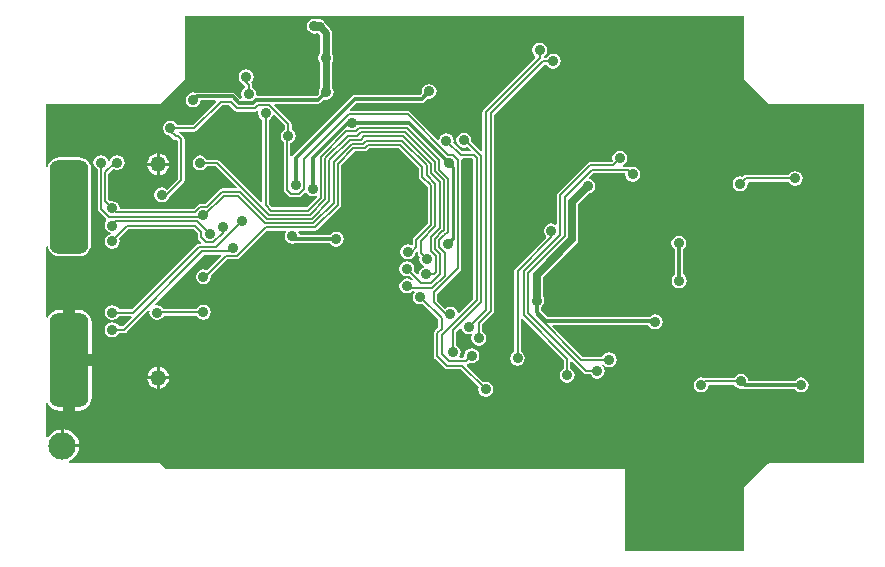
<source format=gbl>
G04 Layer_Physical_Order=2*
G04 Layer_Color=16711680*
%FSLAX25Y25*%
%MOIN*%
G70*
G01*
G75*
%ADD11C,0.01181*%
%ADD13C,0.01000*%
%ADD94C,0.01200*%
%ADD95C,0.00800*%
%ADD96C,0.00700*%
%ADD98C,0.02362*%
%ADD100C,0.02953*%
%ADD105C,0.05200*%
G04:AMPARAMS|DCode=106|XSize=86.61mil|YSize=173.23mil|CornerRadius=4.33mil|HoleSize=0mil|Usage=FLASHONLY|Rotation=180.000|XOffset=0mil|YOffset=0mil|HoleType=Round|Shape=RoundedRectangle|*
%AMROUNDEDRECTD106*
21,1,0.08661,0.16457,0,0,180.0*
21,1,0.07795,0.17323,0,0,180.0*
1,1,0.00866,-0.03898,0.08228*
1,1,0.00866,0.03898,0.08228*
1,1,0.00866,0.03898,-0.08228*
1,1,0.00866,-0.03898,-0.08228*
%
%ADD106ROUNDEDRECTD106*%
G04:AMPARAMS|DCode=107|XSize=129.92mil|YSize=314.96mil|CornerRadius=32.48mil|HoleSize=0mil|Usage=FLASHONLY|Rotation=0.000|XOffset=0mil|YOffset=0mil|HoleType=Round|Shape=RoundedRectangle|*
%AMROUNDEDRECTD107*
21,1,0.12992,0.25000,0,0,0.0*
21,1,0.06496,0.31496,0,0,0.0*
1,1,0.06496,0.03248,-0.12500*
1,1,0.06496,-0.03248,-0.12500*
1,1,0.06496,-0.03248,0.12500*
1,1,0.06496,0.03248,0.12500*
%
%ADD107ROUNDEDRECTD107*%
%ADD108C,0.09100*%
%ADD109C,0.03500*%
%ADD110C,0.02559*%
G36*
X233429Y68600D02*
X233511Y68190D01*
X233743Y67843D01*
X241543Y60043D01*
X241543Y60043D01*
X241890Y59811D01*
X242300Y59729D01*
X242300Y59729D01*
X273729D01*
Y-59729D01*
X242300D01*
X242300Y-59729D01*
X241890Y-59811D01*
X241543Y-60043D01*
X241543Y-60043D01*
X233743Y-67843D01*
X233511Y-68190D01*
X233429Y-68600D01*
Y-89229D01*
X194000D01*
Y-61900D01*
X41014D01*
X39157Y-60043D01*
X38810Y-59811D01*
X38400Y-59729D01*
X8619D01*
X8519Y-59229D01*
X9199Y-58948D01*
X10358Y-58058D01*
X11248Y-56899D01*
X11807Y-55549D01*
X11932Y-54600D01*
X6400D01*
Y-54100D01*
X5900D01*
Y-48568D01*
X4951Y-48693D01*
X3601Y-49252D01*
X2442Y-50142D01*
X1571Y-51277D01*
X1540Y-51279D01*
X1071Y-51016D01*
Y-39920D01*
X1571Y-39821D01*
X1741Y-40233D01*
X2422Y-41120D01*
X3310Y-41801D01*
X4343Y-42229D01*
X5452Y-42375D01*
X6700D01*
Y-25591D01*
Y-8806D01*
X5452D01*
X4343Y-8952D01*
X3310Y-9380D01*
X2422Y-10061D01*
X1741Y-10948D01*
X1571Y-11360D01*
X1071Y-11261D01*
Y0D01*
Y12293D01*
X1571Y12326D01*
X1606Y12060D01*
X2003Y11100D01*
X2636Y10275D01*
X3461Y9642D01*
X4421Y9244D01*
X5452Y9109D01*
X11948D01*
X12979Y9244D01*
X13939Y9642D01*
X14764Y10275D01*
X15397Y11100D01*
X15794Y12060D01*
X15930Y13091D01*
Y38091D01*
X15794Y39121D01*
X15397Y40082D01*
X14764Y40906D01*
X13939Y41539D01*
X12979Y41937D01*
X11948Y42073D01*
X5452D01*
X4421Y41937D01*
X3461Y41539D01*
X2636Y40906D01*
X2003Y40082D01*
X1606Y39121D01*
X1571Y38855D01*
X1071Y38888D01*
Y59729D01*
X38400D01*
X38810Y59811D01*
X39157Y60043D01*
X46957Y67843D01*
X46957Y67843D01*
X47189Y68190D01*
X47271Y68600D01*
X47271Y68600D01*
Y89229D01*
X233429D01*
Y68600D01*
D02*
G37*
%LPC*%
G36*
X37775Y-27907D02*
X37335Y-27965D01*
X36459Y-28327D01*
X35708Y-28905D01*
X35130Y-29656D01*
X34768Y-30532D01*
X34710Y-30972D01*
X37775D01*
Y-27907D01*
D02*
G37*
G36*
X38775D02*
Y-30972D01*
X41840D01*
X41782Y-30532D01*
X41420Y-29656D01*
X40843Y-28905D01*
X40091Y-28327D01*
X39215Y-27965D01*
X38775Y-27907D01*
D02*
G37*
G36*
X11948Y-8806D02*
X10700D01*
Y-23591D01*
X16233D01*
Y-13091D01*
X16087Y-11982D01*
X15659Y-10948D01*
X14978Y-10061D01*
X14090Y-9380D01*
X13057Y-8952D01*
X11948Y-8806D01*
D02*
G37*
G36*
X232600Y-30102D02*
X231644Y-30292D01*
X230834Y-30834D01*
X230403Y-31478D01*
X220500D01*
X220500Y-31478D01*
X220296Y-31519D01*
X220256Y-31492D01*
X219300Y-31302D01*
X218344Y-31492D01*
X217534Y-32034D01*
X216992Y-32844D01*
X216802Y-33800D01*
X216992Y-34756D01*
X217534Y-35566D01*
X218344Y-36108D01*
X219300Y-36298D01*
X220256Y-36108D01*
X221066Y-35566D01*
X221608Y-34756D01*
X221798Y-33800D01*
X221862Y-33722D01*
X230403D01*
X230834Y-34366D01*
X231644Y-34908D01*
X232600Y-35098D01*
X233219Y-34975D01*
X233293Y-35025D01*
X233800Y-35125D01*
X250539D01*
X250834Y-35566D01*
X251644Y-36108D01*
X252600Y-36298D01*
X253556Y-36108D01*
X254366Y-35566D01*
X254908Y-34756D01*
X255098Y-33800D01*
X254908Y-32844D01*
X254366Y-32034D01*
X253556Y-31492D01*
X252600Y-31302D01*
X251644Y-31492D01*
X250834Y-32034D01*
X250539Y-32474D01*
X235073D01*
X234908Y-31644D01*
X234366Y-30834D01*
X233556Y-30292D01*
X232600Y-30102D01*
D02*
G37*
G36*
X16233Y-27591D02*
X10700D01*
Y-42375D01*
X11948D01*
X13057Y-42229D01*
X14090Y-41801D01*
X14978Y-41120D01*
X15659Y-40233D01*
X16087Y-39200D01*
X16233Y-38091D01*
Y-27591D01*
D02*
G37*
G36*
X6900Y-48568D02*
Y-53600D01*
X11932D01*
X11807Y-52651D01*
X11248Y-51301D01*
X10358Y-50142D01*
X9199Y-49252D01*
X7849Y-48693D01*
X6900Y-48568D01*
D02*
G37*
G36*
X41840Y-31972D02*
X38775D01*
Y-35037D01*
X39215Y-34979D01*
X40091Y-34617D01*
X40843Y-34040D01*
X41420Y-33288D01*
X41782Y-32412D01*
X41840Y-31972D01*
D02*
G37*
G36*
X37775D02*
X34710D01*
X34768Y-32412D01*
X35130Y-33288D01*
X35708Y-34040D01*
X36459Y-34617D01*
X37335Y-34979D01*
X37775Y-35037D01*
Y-31972D01*
D02*
G37*
G36*
X211900Y15898D02*
X210944Y15708D01*
X210134Y15166D01*
X209592Y14356D01*
X209402Y13400D01*
X209592Y12444D01*
X210134Y11634D01*
X210575Y11339D01*
Y2894D01*
X210234Y2666D01*
X209692Y1856D01*
X209502Y900D01*
X209692Y-56D01*
X210234Y-866D01*
X211044Y-1408D01*
X212000Y-1598D01*
X212956Y-1408D01*
X213766Y-866D01*
X214308Y-56D01*
X214498Y900D01*
X214308Y1856D01*
X213766Y2666D01*
X213226Y3028D01*
Y11339D01*
X213666Y11634D01*
X214208Y12444D01*
X214398Y13400D01*
X214208Y14356D01*
X213666Y15166D01*
X212856Y15708D01*
X211900Y15898D01*
D02*
G37*
G36*
X37775Y43353D02*
X37335Y43295D01*
X36459Y42933D01*
X35708Y42355D01*
X35130Y41603D01*
X34768Y40728D01*
X34710Y40288D01*
X37775D01*
Y43353D01*
D02*
G37*
G36*
X41840Y39288D02*
X38775D01*
Y36223D01*
X39215Y36281D01*
X40091Y36643D01*
X40843Y37220D01*
X41420Y37973D01*
X41782Y38848D01*
X41840Y39288D01*
D02*
G37*
G36*
X90384Y88314D02*
X89428Y88124D01*
X88617Y87583D01*
X88076Y86772D01*
X87886Y85816D01*
X88076Y84860D01*
X88617Y84050D01*
X89428Y83508D01*
X90384Y83318D01*
X91340Y83508D01*
X91473Y83597D01*
X91601D01*
X92380Y82818D01*
X92356Y76850D01*
X91892Y76156D01*
X91702Y75200D01*
X91892Y74244D01*
X92350Y73559D01*
Y65306D01*
X91960Y64723D01*
X91770Y63767D01*
X91876Y63235D01*
X91197Y62556D01*
X71400D01*
X70989Y63056D01*
X70998Y63100D01*
X70808Y64056D01*
X70266Y64866D01*
X69622Y65297D01*
Y66200D01*
X69536Y66629D01*
X69293Y66993D01*
X69553Y67412D01*
X69908Y67944D01*
X70098Y68900D01*
X69908Y69856D01*
X69366Y70666D01*
X68556Y71208D01*
X67600Y71398D01*
X66644Y71208D01*
X65834Y70666D01*
X65292Y69856D01*
X65102Y68900D01*
X65292Y67944D01*
X65834Y67134D01*
X66594Y66626D01*
X66807Y66307D01*
X67351Y65763D01*
X67321Y65259D01*
X66734Y64866D01*
X66192Y64056D01*
X66002Y63100D01*
X66192Y62144D01*
X66204Y62127D01*
X65958Y61595D01*
X65730Y61568D01*
X64047Y63251D01*
X63621Y63536D01*
X63117Y63636D01*
X51121D01*
X50715Y63556D01*
X50000Y63698D01*
X49044Y63508D01*
X48234Y62966D01*
X47692Y62156D01*
X47502Y61200D01*
X47692Y60244D01*
X48234Y59434D01*
X49044Y58892D01*
X50000Y58702D01*
X50956Y58892D01*
X51766Y59434D01*
X52308Y60244D01*
X52459Y61005D01*
X57419D01*
X57610Y60543D01*
X49889Y52822D01*
X44597D01*
X44166Y53466D01*
X43356Y54008D01*
X42400Y54198D01*
X41444Y54008D01*
X40634Y53466D01*
X40092Y52656D01*
X39902Y51700D01*
X40092Y50744D01*
X40634Y49934D01*
X41444Y49392D01*
X42290Y49224D01*
X43307Y48207D01*
X43307Y48207D01*
X43671Y47964D01*
X44100Y47878D01*
X44100Y47878D01*
X44535D01*
X44878Y47535D01*
Y34965D01*
X41215Y31301D01*
X40456Y31808D01*
X39500Y31998D01*
X38544Y31808D01*
X37734Y31266D01*
X37192Y30456D01*
X37002Y29500D01*
X37192Y28544D01*
X37734Y27734D01*
X38544Y27192D01*
X39500Y27002D01*
X40456Y27192D01*
X41266Y27734D01*
X41808Y28544D01*
X41852Y28766D01*
X46793Y33707D01*
X46793Y33707D01*
X47036Y34071D01*
X47122Y34500D01*
X47122Y34500D01*
Y48000D01*
X47036Y48429D01*
X46793Y48793D01*
X46793Y48793D01*
X45793Y49793D01*
X45429Y50036D01*
X45217Y50078D01*
X45266Y50578D01*
X50353D01*
X50353Y50578D01*
X50782Y50664D01*
X51146Y50907D01*
X59691Y59452D01*
X62009D01*
X63885Y57576D01*
X63885Y57576D01*
X64249Y57333D01*
X64678Y57247D01*
X64678Y57247D01*
X70460D01*
X70460Y57247D01*
X70889Y57333D01*
X71253Y57576D01*
X71270Y57593D01*
X71731Y57347D01*
X71602Y56700D01*
X71792Y55744D01*
X72334Y54934D01*
X73029Y54469D01*
Y27238D01*
X72567Y27046D01*
X58657Y40957D01*
X58310Y41189D01*
X57900Y41271D01*
X54531D01*
X54066Y41966D01*
X53256Y42508D01*
X52300Y42698D01*
X51344Y42508D01*
X50534Y41966D01*
X49992Y41156D01*
X49802Y40200D01*
X49992Y39244D01*
X50534Y38434D01*
X51344Y37892D01*
X52300Y37702D01*
X53256Y37892D01*
X54066Y38434D01*
X54531Y39129D01*
X57457D01*
X64454Y32133D01*
X64262Y31671D01*
X59600D01*
X59190Y31589D01*
X58843Y31357D01*
X54057Y26571D01*
X52240D01*
X52240Y26571D01*
X51831Y26489D01*
X51483Y26257D01*
X50156Y24930D01*
X25555D01*
X25498Y25000D01*
X25308Y25956D01*
X24766Y26766D01*
X23956Y27308D01*
X23000Y27498D01*
X22179Y27335D01*
X21671Y27843D01*
Y36557D01*
X23362Y38248D01*
X23744Y37992D01*
X24700Y37802D01*
X25656Y37992D01*
X26466Y38534D01*
X27008Y39344D01*
X27198Y40300D01*
X27008Y41256D01*
X26466Y42066D01*
X25656Y42608D01*
X24700Y42798D01*
X23744Y42608D01*
X22934Y42066D01*
X22392Y41256D01*
X22253Y40555D01*
X22170Y40467D01*
X21603Y40777D01*
X21508Y41256D01*
X20966Y42066D01*
X20156Y42608D01*
X19200Y42798D01*
X18244Y42608D01*
X17434Y42066D01*
X16892Y41256D01*
X16702Y40300D01*
X16892Y39344D01*
X17434Y38534D01*
X18129Y38069D01*
Y24840D01*
X18211Y24430D01*
X18443Y24083D01*
X21009Y21517D01*
X21083Y21368D01*
X21083Y20842D01*
X20692Y20256D01*
X20502Y19300D01*
X20692Y18344D01*
X21234Y17534D01*
X22044Y16992D01*
X22483Y16905D01*
Y16395D01*
X22044Y16308D01*
X21234Y15766D01*
X20692Y14956D01*
X20502Y14000D01*
X20692Y13044D01*
X21234Y12234D01*
X22044Y11692D01*
X23000Y11502D01*
X23956Y11692D01*
X24766Y12234D01*
X25308Y13044D01*
X25498Y14000D01*
X25308Y14956D01*
X25241Y15055D01*
X28265Y18079D01*
X50096D01*
X51506Y16668D01*
Y15325D01*
X51506Y15325D01*
X51591Y14895D01*
X51834Y14532D01*
X52627Y13738D01*
X52436Y13277D01*
X51855D01*
X51855Y13277D01*
X51426Y13191D01*
X51062Y12948D01*
X51062Y12948D01*
X29535Y-8578D01*
X25197D01*
X24766Y-7934D01*
X23956Y-7392D01*
X23000Y-7202D01*
X22044Y-7392D01*
X21234Y-7934D01*
X20692Y-8744D01*
X20502Y-9700D01*
X20692Y-10656D01*
X21234Y-11466D01*
X22044Y-12008D01*
X23000Y-12198D01*
X23956Y-12008D01*
X24766Y-11466D01*
X25197Y-10822D01*
X29338D01*
X29530Y-11283D01*
X26535Y-14278D01*
X25197D01*
X24766Y-13634D01*
X23956Y-13092D01*
X23000Y-12902D01*
X22044Y-13092D01*
X21234Y-13634D01*
X20692Y-14444D01*
X20502Y-15400D01*
X20692Y-16356D01*
X21234Y-17166D01*
X22044Y-17708D01*
X23000Y-17898D01*
X23956Y-17708D01*
X24766Y-17166D01*
X25197Y-16522D01*
X26999D01*
X26999Y-16522D01*
X27428Y-16436D01*
X27792Y-16193D01*
X35043Y-8942D01*
X35504Y-9189D01*
X35402Y-9700D01*
X35592Y-10656D01*
X36134Y-11466D01*
X36944Y-12008D01*
X37900Y-12198D01*
X38856Y-12008D01*
X39666Y-11466D01*
X40164Y-10722D01*
X51203D01*
X51634Y-11366D01*
X52444Y-11908D01*
X53400Y-12098D01*
X54356Y-11908D01*
X55166Y-11366D01*
X55708Y-10556D01*
X55898Y-9600D01*
X55708Y-8644D01*
X55166Y-7834D01*
X54356Y-7292D01*
X53400Y-7102D01*
X52444Y-7292D01*
X51634Y-7834D01*
X51203Y-8478D01*
X40030D01*
X39666Y-7934D01*
X38856Y-7392D01*
X37900Y-7202D01*
X37389Y-7304D01*
X37143Y-6843D01*
X53519Y9533D01*
X59117D01*
X59308Y9071D01*
X54589Y4352D01*
X54356Y4508D01*
X53400Y4698D01*
X52444Y4508D01*
X51634Y3966D01*
X51092Y3156D01*
X50902Y2200D01*
X51092Y1244D01*
X51634Y434D01*
X52444Y-108D01*
X53400Y-298D01*
X54356Y-108D01*
X55166Y434D01*
X55708Y1244D01*
X55898Y2200D01*
X55826Y2561D01*
X61294Y8029D01*
X64580D01*
X64990Y8111D01*
X65338Y8343D01*
X74624Y17629D01*
X80791D01*
X81059Y17129D01*
X80742Y16656D01*
X80552Y15700D01*
X80742Y14744D01*
X81284Y13934D01*
X82094Y13392D01*
X83050Y13202D01*
X84006Y13392D01*
X84129Y13475D01*
X95639D01*
X95934Y13034D01*
X96744Y12492D01*
X97700Y12302D01*
X98656Y12492D01*
X99466Y13034D01*
X100008Y13844D01*
X100198Y14800D01*
X100008Y15756D01*
X99466Y16566D01*
X98656Y17108D01*
X97700Y17298D01*
X96744Y17108D01*
X95934Y16566D01*
X95639Y16126D01*
X85463D01*
X85358Y16656D01*
X85041Y17129D01*
X85309Y17629D01*
X90620D01*
X91029Y17711D01*
X91377Y17943D01*
X98957Y25523D01*
X99189Y25871D01*
X99271Y26280D01*
Y39503D01*
X103797Y44029D01*
X107150D01*
X107560Y44111D01*
X107907Y44343D01*
X108743Y45179D01*
X118449D01*
X125329Y38299D01*
Y35580D01*
X125411Y35171D01*
X125643Y34823D01*
X128229Y32237D01*
Y20023D01*
X123543Y15336D01*
X123311Y14989D01*
X123229Y14579D01*
Y12892D01*
X122729Y12625D01*
X122456Y12808D01*
X121500Y12998D01*
X120544Y12808D01*
X119734Y12266D01*
X119192Y11456D01*
X119002Y10500D01*
X119192Y9544D01*
X119734Y8734D01*
X120544Y8192D01*
X121500Y8002D01*
X122456Y8192D01*
X123266Y8734D01*
X123808Y9544D01*
X123919Y10106D01*
X124468Y10654D01*
X124929Y10462D01*
Y10000D01*
X125011Y9590D01*
X125243Y9243D01*
X125565Y8921D01*
X125402Y8100D01*
X125592Y7144D01*
X126134Y6334D01*
X126846Y5858D01*
X126831Y5453D01*
X126793Y5337D01*
X126644Y5308D01*
X125834Y4766D01*
X125292Y3956D01*
X125138Y3183D01*
X124635Y2979D01*
X123535Y4079D01*
X123698Y4900D01*
X123508Y5856D01*
X122966Y6666D01*
X122156Y7208D01*
X121200Y7398D01*
X120244Y7208D01*
X119434Y6666D01*
X118892Y5856D01*
X118702Y4900D01*
X118892Y3944D01*
X119434Y3134D01*
X120244Y2592D01*
X121200Y2402D01*
X122021Y2565D01*
X123108Y1478D01*
X123121Y1461D01*
X122804Y1075D01*
X122724Y1128D01*
X122156Y1508D01*
X121200Y1698D01*
X120244Y1508D01*
X119434Y966D01*
X118892Y156D01*
X118702Y-800D01*
X118892Y-1756D01*
X119434Y-2566D01*
X120244Y-3108D01*
X121200Y-3298D01*
X122156Y-3108D01*
X122966Y-2566D01*
X123030Y-2471D01*
X123508D01*
X123775Y-2971D01*
X123392Y-3544D01*
X123202Y-4500D01*
X123392Y-5456D01*
X123934Y-6266D01*
X124744Y-6808D01*
X125700Y-6998D01*
X126461Y-6847D01*
X131728Y-12115D01*
Y-14612D01*
X130607Y-15734D01*
X130364Y-16098D01*
X130278Y-16527D01*
X130278Y-16527D01*
Y-24300D01*
X130278Y-24300D01*
X130364Y-24729D01*
X130607Y-25093D01*
X133807Y-28293D01*
X133807Y-28293D01*
X134171Y-28536D01*
X134600Y-28622D01*
X139242D01*
X145153Y-34533D01*
X145002Y-35293D01*
X145192Y-36249D01*
X145734Y-37060D01*
X146544Y-37601D01*
X147500Y-37791D01*
X148456Y-37601D01*
X149266Y-37060D01*
X149808Y-36249D01*
X149998Y-35293D01*
X149808Y-34337D01*
X149266Y-33527D01*
X148456Y-32985D01*
X147500Y-32795D01*
X146739Y-32947D01*
X141237Y-27444D01*
X141402Y-26902D01*
X141479Y-26886D01*
X141843Y-26643D01*
X142039Y-26447D01*
X142800Y-26598D01*
X143756Y-26408D01*
X144566Y-25866D01*
X145108Y-25056D01*
X145298Y-24100D01*
X145108Y-23144D01*
X144566Y-22334D01*
X143756Y-21792D01*
X142800Y-21602D01*
X141844Y-21792D01*
X141034Y-22334D01*
X140492Y-23144D01*
X140302Y-24100D01*
X140350Y-24342D01*
X140033Y-24728D01*
X138859D01*
X138592Y-24228D01*
X138908Y-23756D01*
X139098Y-22800D01*
X138908Y-21844D01*
X138366Y-21034D01*
X137722Y-20603D01*
Y-16034D01*
X138936Y-14820D01*
X139414Y-14965D01*
X139492Y-15356D01*
X140034Y-16166D01*
X140844Y-16708D01*
X141800Y-16898D01*
X142710Y-16717D01*
X142833Y-16817D01*
X143044Y-17117D01*
X142892Y-17344D01*
X142702Y-18300D01*
X142892Y-19256D01*
X143434Y-20066D01*
X144244Y-20608D01*
X145200Y-20798D01*
X146156Y-20608D01*
X146966Y-20066D01*
X147508Y-19256D01*
X147698Y-18300D01*
X147508Y-17344D01*
X146966Y-16534D01*
X146322Y-16103D01*
Y-13634D01*
X149993Y-9963D01*
X149993Y-9963D01*
X150236Y-9599D01*
X150322Y-9170D01*
Y56235D01*
X167065Y72978D01*
X167803D01*
X168234Y72334D01*
X169044Y71792D01*
X170000Y71602D01*
X170956Y71792D01*
X171766Y72334D01*
X172308Y73144D01*
X172498Y74100D01*
X172308Y75056D01*
X171766Y75866D01*
X170956Y76408D01*
X170000Y76598D01*
X169044Y76408D01*
X168234Y75866D01*
X167803Y75222D01*
X166951D01*
X166799Y75722D01*
X167266Y76034D01*
X167808Y76844D01*
X167998Y77800D01*
X167808Y78756D01*
X167266Y79566D01*
X166456Y80108D01*
X165500Y80298D01*
X164544Y80108D01*
X163734Y79566D01*
X163192Y78756D01*
X163002Y77800D01*
X163192Y76844D01*
X163734Y76034D01*
X163965Y75879D01*
X164028Y75235D01*
X146707Y57914D01*
X146464Y57551D01*
X146378Y57121D01*
X146378Y57121D01*
Y44382D01*
X145916Y44191D01*
X142633Y47474D01*
X142698Y47800D01*
X142508Y48756D01*
X141966Y49566D01*
X141156Y50108D01*
X140200Y50298D01*
X139244Y50108D01*
X138434Y49566D01*
X137892Y48756D01*
X137702Y47800D01*
X137892Y46844D01*
X138434Y46034D01*
X139244Y45492D01*
X140200Y45302D01*
X141156Y45492D01*
X141328Y45607D01*
X142452Y44484D01*
X142260Y44022D01*
X139565D01*
X136747Y46839D01*
X136898Y47600D01*
X136708Y48556D01*
X136166Y49366D01*
X135356Y49908D01*
X134400Y50098D01*
X133444Y49908D01*
X132634Y49366D01*
X132092Y48556D01*
X132000Y48093D01*
X131457Y47929D01*
X122243Y57143D01*
X121879Y57386D01*
X121450Y57472D01*
X121450Y57472D01*
X102353D01*
X102146Y57972D01*
X104392Y60218D01*
X126143D01*
X126651Y60319D01*
X127081Y60606D01*
X128080Y61605D01*
X128600Y61502D01*
X129556Y61692D01*
X130366Y62234D01*
X130908Y63044D01*
X131098Y64000D01*
X130908Y64956D01*
X130366Y65766D01*
X129556Y66308D01*
X128600Y66498D01*
X127644Y66308D01*
X126834Y65766D01*
X126292Y64956D01*
X126102Y64000D01*
X126205Y63480D01*
X125594Y62869D01*
X103843D01*
X103336Y62768D01*
X102906Y62481D01*
X83163Y42737D01*
X82875Y42307D01*
X82872Y42288D01*
X82372Y42337D01*
Y46836D01*
X82656Y46892D01*
X83466Y47434D01*
X84008Y48244D01*
X84198Y49200D01*
X84008Y50156D01*
X83466Y50966D01*
X82822Y51397D01*
Y53131D01*
X82736Y53560D01*
X82493Y53924D01*
X82493Y53924D01*
X76954Y59463D01*
X77145Y59925D01*
X91742D01*
X92245Y60025D01*
X92672Y60310D01*
X93736Y61374D01*
X94268Y61269D01*
X95224Y61459D01*
X96034Y62000D01*
X96576Y62811D01*
X96766Y63767D01*
X96576Y64723D01*
X96186Y65306D01*
Y73762D01*
X96508Y74244D01*
X96698Y75200D01*
X96508Y76156D01*
X96191Y76630D01*
X96219Y83601D01*
X96219Y83605D01*
X96219Y83609D01*
X96147Y83973D01*
X96076Y84336D01*
X96074Y84339D01*
X96074Y84343D01*
X95869Y84649D01*
X95663Y84960D01*
X95660Y84962D01*
X95658Y84965D01*
X94259Y86364D01*
X94212Y86598D01*
X93731Y87317D01*
X93664Y87385D01*
X92944Y87866D01*
X92094Y88035D01*
X91473D01*
X91340Y88124D01*
X90384Y88314D01*
D02*
G37*
G36*
X38775Y43353D02*
Y40288D01*
X41840D01*
X41782Y40728D01*
X41420Y41603D01*
X40843Y42355D01*
X40091Y42933D01*
X39215Y43295D01*
X38775Y43353D01*
D02*
G37*
G36*
X37775Y39288D02*
X34710D01*
X34768Y38848D01*
X35130Y37973D01*
X35708Y37220D01*
X36459Y36643D01*
X37335Y36281D01*
X37775Y36223D01*
Y39288D01*
D02*
G37*
G36*
X192200Y44198D02*
X191244Y44008D01*
X190434Y43466D01*
X189892Y42656D01*
X189702Y41700D01*
X189853Y40939D01*
X189435Y40522D01*
X182248D01*
X181819Y40436D01*
X181455Y40193D01*
X181455Y40193D01*
X171457Y30195D01*
X171214Y29831D01*
X171128Y29402D01*
X171128Y29402D01*
Y19822D01*
X170687Y19586D01*
X170356Y19808D01*
X169400Y19998D01*
X168444Y19808D01*
X167634Y19266D01*
X167092Y18456D01*
X166902Y17500D01*
X167092Y16544D01*
X167634Y15734D01*
X167679Y15273D01*
X157307Y4901D01*
X157064Y4537D01*
X156978Y4108D01*
X156978Y4108D01*
Y-22803D01*
X156334Y-23234D01*
X155792Y-24044D01*
X155602Y-25000D01*
X155792Y-25956D01*
X156334Y-26766D01*
X157144Y-27308D01*
X158100Y-27498D01*
X159056Y-27308D01*
X159866Y-26766D01*
X160408Y-25956D01*
X160598Y-25000D01*
X160408Y-24044D01*
X159866Y-23234D01*
X159222Y-22803D01*
Y-11930D01*
X159722Y-11722D01*
X173509Y-25510D01*
Y-28353D01*
X172864Y-28784D01*
X172322Y-29594D01*
X172132Y-30550D01*
X172322Y-31506D01*
X172864Y-32316D01*
X173674Y-32858D01*
X174630Y-33048D01*
X175586Y-32858D01*
X176397Y-32316D01*
X176938Y-31506D01*
X177128Y-30550D01*
X176938Y-29594D01*
X176397Y-28784D01*
X175752Y-28353D01*
Y-26285D01*
X176214Y-26093D01*
X180113Y-29993D01*
X180114Y-29993D01*
X180477Y-30236D01*
X180907Y-30322D01*
X182503D01*
X182934Y-30966D01*
X183744Y-31508D01*
X184700Y-31698D01*
X185656Y-31508D01*
X186466Y-30966D01*
X187008Y-30156D01*
X187198Y-29200D01*
X187008Y-28244D01*
X186466Y-27434D01*
X186287Y-27314D01*
X186426Y-26805D01*
X186682Y-26790D01*
X186934Y-27166D01*
X187744Y-27708D01*
X188700Y-27898D01*
X189656Y-27708D01*
X190466Y-27166D01*
X191008Y-26356D01*
X191198Y-25400D01*
X191008Y-24444D01*
X190466Y-23634D01*
X189656Y-23092D01*
X188700Y-22902D01*
X187744Y-23092D01*
X186934Y-23634D01*
X186412Y-24415D01*
X179829D01*
X169702Y-14287D01*
X169893Y-13826D01*
X201739D01*
X202234Y-14566D01*
X203044Y-15108D01*
X204000Y-15298D01*
X204956Y-15108D01*
X205766Y-14566D01*
X206308Y-13756D01*
X206498Y-12800D01*
X206308Y-11844D01*
X205766Y-11034D01*
X204956Y-10492D01*
X204000Y-10302D01*
X203044Y-10492D01*
X202234Y-11034D01*
X202139Y-11174D01*
X168121D01*
X165825Y-8879D01*
Y-7761D01*
X166266Y-7466D01*
X166808Y-6656D01*
X166998Y-5700D01*
X166808Y-4744D01*
X166518Y-4311D01*
Y2064D01*
X177727Y13273D01*
X178165Y13928D01*
X178318Y14700D01*
Y26464D01*
X181945Y30090D01*
X182456Y30192D01*
X183266Y30734D01*
X183808Y31544D01*
X183998Y32500D01*
X183808Y33456D01*
X183266Y34266D01*
X182456Y34808D01*
X182065Y34886D01*
X181920Y35364D01*
X183249Y36694D01*
X193761D01*
X194002Y36400D01*
X194192Y35444D01*
X194734Y34634D01*
X195544Y34092D01*
X196500Y33902D01*
X197456Y34092D01*
X198266Y34634D01*
X198808Y35444D01*
X198998Y36400D01*
X198808Y37356D01*
X198266Y38166D01*
X197456Y38708D01*
X196500Y38898D01*
X195686Y38736D01*
X195514Y38851D01*
X195085Y38937D01*
X195085Y38937D01*
X193306D01*
X193229Y39170D01*
X193223Y39437D01*
X193966Y39934D01*
X194508Y40744D01*
X194698Y41700D01*
X194508Y42656D01*
X193966Y43466D01*
X193156Y44008D01*
X192200Y44198D01*
D02*
G37*
G36*
X250671Y37498D02*
X249715Y37308D01*
X248905Y36766D01*
X248474Y36122D01*
X234100D01*
X234100Y36122D01*
X233671Y36036D01*
X233307Y35793D01*
X233307Y35793D01*
X233094Y35580D01*
X232334Y35732D01*
X231378Y35541D01*
X230567Y35000D01*
X230026Y34190D01*
X229836Y33234D01*
X230026Y32278D01*
X230567Y31467D01*
X231378Y30926D01*
X232334Y30736D01*
X233290Y30926D01*
X234100Y31467D01*
X234642Y32278D01*
X234832Y33234D01*
X234780Y33492D01*
X235098Y33878D01*
X248474D01*
X248905Y33234D01*
X249715Y32692D01*
X250671Y32502D01*
X251627Y32692D01*
X252438Y33234D01*
X252979Y34044D01*
X253169Y35000D01*
X252979Y35956D01*
X252438Y36766D01*
X251627Y37308D01*
X250671Y37498D01*
D02*
G37*
%LPD*%
G36*
X143378Y41435D02*
Y-5084D01*
X138634Y-9828D01*
X138091Y-9664D01*
X138008Y-9244D01*
X137466Y-8434D01*
X136656Y-7892D01*
X135700Y-7702D01*
X134744Y-7892D01*
X133985Y-8399D01*
X131422Y-5835D01*
Y-3365D01*
X139093Y4307D01*
X139093Y4307D01*
X139336Y4671D01*
X139422Y5100D01*
X139422Y5100D01*
Y41200D01*
X139406Y41278D01*
X139792Y41778D01*
X143035D01*
X143378Y41435D01*
D02*
G37*
G36*
X80578Y52666D02*
Y51397D01*
X79934Y50966D01*
X79392Y50156D01*
X79202Y49200D01*
X79392Y48244D01*
X79934Y47434D01*
X80128Y47304D01*
Y31319D01*
X80128Y31319D01*
X80214Y30890D01*
X80457Y30526D01*
X81926Y29057D01*
X81926Y29057D01*
X82290Y28814D01*
X82719Y28728D01*
X82720Y28728D01*
X85280D01*
X85281Y28728D01*
X85710Y28814D01*
X86074Y29057D01*
X87281Y30264D01*
X87779Y30215D01*
X88034Y29834D01*
X88844Y29292D01*
X89800Y29102D01*
X90756Y29292D01*
X90762Y29296D01*
X91295Y29051D01*
X91321Y28835D01*
X87857Y25371D01*
X76343D01*
X75171Y26544D01*
Y54469D01*
X75866Y54934D01*
X76408Y55744D01*
X76486Y56135D01*
X76964Y56280D01*
X80578Y52666D01*
D02*
G37*
D11*
X91742Y61241D02*
X94268Y63767D01*
X70941Y61241D02*
X91742D01*
X69759Y60059D02*
X70941Y61241D01*
X65378Y60059D02*
X69759D01*
X63117Y62321D02*
X65378Y60059D01*
X50000Y61200D02*
X51121Y62321D01*
X63117D01*
D13*
X135300Y40000D02*
X136600Y38700D01*
Y14900D02*
Y38700D01*
D94*
X164500Y-9428D02*
X167572Y-12500D01*
X164500Y-9428D02*
Y-5700D01*
X167572Y-12500D02*
X204000D01*
X211900Y900D02*
Y13400D01*
X84100Y32700D02*
Y41800D01*
X103843Y61543D01*
X89800Y31600D02*
Y41800D01*
X135300Y40000D02*
Y40096D01*
X121896Y53500D02*
X135300Y40096D01*
X103000Y53500D02*
X121896D01*
X126143Y61543D02*
X128600Y64000D01*
X103843Y61543D02*
X126143D01*
X134800Y13200D02*
X134900D01*
X136600Y14900D01*
X232600Y-32600D02*
X233800Y-33800D01*
X252600D01*
X83100Y14800D02*
X97700D01*
X101500Y53500D02*
X103000D01*
X89800Y41800D02*
X101500Y53500D01*
D95*
X179364Y-25536D02*
X188564D01*
X174630Y-30550D02*
Y-25045D01*
X189900Y39400D02*
X192200Y41700D01*
X182248Y39400D02*
X189900D01*
X182785Y37815D02*
X195085D01*
X81700Y49200D02*
Y53131D01*
X70460Y58369D02*
X71641Y59550D01*
X75280D02*
X81700Y53131D01*
X71641Y59550D02*
X75280D01*
X62473Y60573D02*
X64678Y58369D01*
X70460D01*
X82719Y29850D02*
X85281D01*
X86950Y31519D01*
X81250Y31319D02*
X82719Y29850D01*
X86950Y31519D02*
Y41480D01*
X101820Y56350D01*
X147500Y57121D02*
X165500Y75121D01*
Y77800D01*
X149200Y56700D02*
X166600Y74100D01*
X170000D01*
X145200Y-18300D02*
Y-13170D01*
X149200Y-9170D01*
X140200Y47800D02*
X140721D01*
X146000Y42521D01*
Y-6169D02*
Y42521D01*
X143500Y42900D02*
X144500Y41900D01*
X134400Y47600D02*
X139100Y42900D01*
X143500D01*
X136650Y42850D02*
X138300Y41200D01*
Y5100D02*
Y41200D01*
X134950Y42850D02*
X136650D01*
X121450Y56350D02*
X134950Y42850D01*
X101820Y56350D02*
X121450D01*
X130300Y-2900D02*
X138300Y5100D01*
X130300Y-6300D02*
Y-2900D01*
Y-6300D02*
X134200Y-10200D01*
X135700D01*
X132900Y-17148D02*
X144500Y-5548D01*
X136600Y-15570D02*
X146000Y-6169D01*
X141800Y-14400D02*
X147500Y-8700D01*
X132850Y-15077D02*
Y-11650D01*
X125700Y-4500D02*
X132850Y-11650D01*
X39500Y29500D02*
X41000D01*
X46000Y34500D01*
X22800Y14200D02*
X27800Y19200D01*
X30000Y-9700D02*
X51855Y12155D01*
X23000Y-9700D02*
X30000D01*
X51855Y12155D02*
X57455D01*
X220500Y-32600D02*
X232600D01*
X219300Y-33800D02*
X220500Y-32600D01*
X232334Y33234D02*
X234100Y35000D01*
X250671D01*
X147500Y-8700D02*
Y57121D01*
X149200Y-9170D02*
Y56700D01*
X81250Y31319D02*
Y48750D01*
X81700Y49200D01*
X67600Y67100D02*
Y68900D01*
X68500Y63100D02*
Y66200D01*
X67600Y67100D02*
X68500Y66200D01*
X139707Y-27500D02*
X147500Y-35293D01*
X134600Y-27500D02*
X139707D01*
X131400Y-24300D02*
X134600Y-27500D01*
X135250Y-25850D02*
X141050D01*
X132900Y-23500D02*
X135250Y-25850D01*
X131400Y-24300D02*
Y-16527D01*
X132900Y-23500D02*
Y-17148D01*
X141050Y-25850D02*
X142800Y-24100D01*
X136600Y-22800D02*
Y-15570D01*
X131400Y-16527D02*
X132850Y-15077D01*
X144500Y-5548D02*
Y41900D01*
X53054Y10655D02*
X61955D01*
X63200Y11900D01*
X59900Y16897D02*
Y18800D01*
X26999Y-15400D02*
X53054Y10655D01*
X23000Y-15400D02*
X26999D01*
X37900Y-9700D02*
X38000Y-9600D01*
X180907Y-29200D02*
X184700D01*
X57455Y12155D02*
X66200Y20900D01*
X56658Y13655D02*
X59900Y16897D01*
X54297Y13655D02*
X56658D01*
X52627Y15325D02*
Y17133D01*
Y15325D02*
X54297Y13655D01*
X195085Y37815D02*
X196500Y36400D01*
X38000Y-9600D02*
X53400D01*
X27800Y19200D02*
X50560D01*
X52627Y17133D01*
X24400Y20700D02*
X51283D01*
X23000Y19300D02*
X24400Y20700D01*
X51283D02*
X55477Y16505D01*
X44100Y49000D02*
X45000D01*
X46000Y48000D01*
Y34500D02*
Y48000D01*
X42400Y50700D02*
X44100Y49000D01*
X42400Y50700D02*
X42400Y50700D01*
Y51700D01*
X50353D02*
X59227Y60573D01*
X62473D01*
X42400Y51700D02*
X50353D01*
X172250Y29402D02*
X182248Y39400D01*
X173921Y28951D02*
X182785Y37815D01*
X172250Y16137D02*
Y29402D01*
X169400Y15408D02*
Y17500D01*
X173921Y15686D02*
Y28951D01*
X158100Y4108D02*
X169400Y15408D01*
X160100Y3986D02*
X172250Y16137D01*
X161600Y3365D02*
X173921Y15686D01*
X158100Y-25000D02*
Y4108D01*
X160100Y-10515D02*
Y3986D01*
X161600Y-9893D02*
Y3365D01*
X164500Y-10672D02*
Y-9428D01*
X160100Y-10515D02*
X174630Y-25045D01*
X161600Y-9893D02*
X180907Y-29200D01*
X164500Y-10672D02*
X179364Y-25536D01*
D96*
X23900Y40300D02*
X24700D01*
X20600Y37000D02*
X23900Y40300D01*
X74100Y26100D02*
X75900Y24300D01*
X74100Y26100D02*
Y56700D01*
X75900Y24300D02*
X88300D01*
X75200Y22900D02*
X88880D01*
X74620Y21500D02*
X89460D01*
X74040Y20100D02*
X90040D01*
X74180Y18700D02*
X90620D01*
X88300Y24300D02*
X92600Y28600D01*
X88880Y22900D02*
X94000Y28020D01*
X89460Y21500D02*
X95400Y27440D01*
X90040Y20100D02*
X96800Y26860D01*
X90620Y18700D02*
X98200Y26280D01*
Y39947D02*
X103353Y45100D01*
X96800Y40527D02*
X102773Y46500D01*
X95400Y41106D02*
X102194Y47900D01*
X95400Y27440D02*
Y41106D01*
X94000Y41686D02*
X101614Y49300D01*
X92600Y42266D02*
X101034Y50700D01*
X92600Y28600D02*
Y42266D01*
X52300Y40200D02*
X57900D01*
X131000Y3900D02*
Y9080D01*
X130100Y3000D02*
X131000Y3900D01*
X127600Y3000D02*
X130100D01*
X132000Y37900D02*
Y41062D01*
X121212Y51850D02*
X132000Y41062D01*
X130600Y37320D02*
Y40483D01*
X120633Y50450D02*
X130600Y40483D01*
X129200Y36740D02*
Y39903D01*
X120053Y49050D02*
X129200Y39903D01*
X127800Y36160D02*
Y39323D01*
X119473Y47650D02*
X127800Y39323D01*
X126400Y35580D02*
Y38743D01*
X118893Y46250D02*
X126400Y38743D01*
X132000Y37900D02*
X134950Y34950D01*
X130600Y37320D02*
X133550Y34370D01*
X129200Y36740D02*
X132150Y33790D01*
X127800Y36160D02*
X130750Y33210D01*
X126400Y35580D02*
X129300Y32680D01*
X132000Y14360D02*
X133640Y16000D01*
X133740D01*
X134950Y17210D01*
Y34950D01*
X130600Y14940D02*
X133060Y17400D01*
X133160D01*
X133550Y17790D01*
Y34370D01*
X129200Y15520D02*
X132150Y18470D01*
Y33790D01*
X126000Y14299D02*
X130750Y19049D01*
Y33210D01*
X124300Y14579D02*
X129300Y19579D01*
Y32680D01*
X132000Y12040D02*
Y14360D01*
X130600Y11460D02*
Y14940D01*
X129200Y10880D02*
Y15520D01*
X108300Y46250D02*
X118893D01*
X107580Y47650D02*
X119473D01*
X107000Y49050D02*
X120053D01*
X105890Y50450D02*
X120633D01*
X105310Y51850D02*
X121212D01*
X132400Y3230D02*
Y9660D01*
X129270Y100D02*
X132400Y3230D01*
X126000Y100D02*
X129270D01*
X133800Y2651D02*
Y10240D01*
X129749Y-1400D02*
X133800Y2651D01*
X121800Y-1400D02*
X129749D01*
X126000Y10000D02*
X127900Y8100D01*
X126000Y10000D02*
Y14299D01*
X129200Y10880D02*
X131000Y9080D01*
X130600Y11460D02*
X132400Y9660D01*
X132000Y12040D02*
X133800Y10240D01*
X122800Y10500D02*
X124300Y12000D01*
Y14579D01*
X121200Y-800D02*
X121800Y-1400D01*
X121200Y4900D02*
X126000Y100D01*
X121500Y10500D02*
X122800D01*
X57900Y40200D02*
X75200Y22900D01*
X65520Y30600D02*
X74620Y21500D01*
X64940Y29200D02*
X74040Y20100D01*
X64580Y9100D02*
X74180Y18700D01*
X60851Y9100D02*
X64580D01*
X94000Y28020D02*
Y41686D01*
X96800Y26860D02*
Y40527D01*
X98200Y26280D02*
Y39947D01*
X60200Y29200D02*
X64940D01*
X59600Y30600D02*
X65520D01*
X53951Y2200D02*
X60851Y9100D01*
X53680Y22700D02*
X60140Y29160D01*
X104160Y50700D02*
X105310Y51850D01*
X101034Y50700D02*
X104160D01*
X104740Y49300D02*
X105890Y50450D01*
X101614Y49300D02*
X104740D01*
X105850Y47900D02*
X107000Y49050D01*
X102194Y47900D02*
X105850D01*
X106430Y46500D02*
X107580Y47650D01*
X102773Y46500D02*
X106430D01*
X107150Y45100D02*
X108300Y46250D01*
X103353Y45100D02*
X107150D01*
X53400Y22700D02*
X53680D01*
X54500Y25500D02*
X59600Y30600D01*
X53400Y2200D02*
X53951D01*
X20600Y27400D02*
Y37000D01*
Y27400D02*
X24140Y23860D01*
X19200Y24840D02*
X21840Y22200D01*
X19200Y24840D02*
Y40300D01*
X52240Y25500D02*
X54500D01*
X50600Y23860D02*
X52240Y25500D01*
X52900Y22200D02*
X53400Y22700D01*
X24140Y23860D02*
X50600D01*
X21840Y22200D02*
X52900D01*
D98*
X94268Y63767D02*
Y75268D01*
X92162Y85748D02*
X94301Y83609D01*
X94268Y75268D02*
X94301Y83609D01*
D100*
X90384Y85816D02*
X92094D01*
X92162Y85748D01*
D105*
X38275Y-31472D02*
D03*
Y39788D02*
D03*
D106*
X228836Y80513D02*
D03*
X208364D02*
D03*
Y-80513D02*
D03*
X228836D02*
D03*
D107*
X8700Y-25591D02*
D03*
Y25591D02*
D03*
D108*
X6400Y-54100D02*
D03*
D109*
X185462Y-7087D02*
D03*
X190187D02*
D03*
Y-2362D02*
D03*
X185462D02*
D03*
X180738Y2362D02*
D03*
X185462D02*
D03*
X190187D02*
D03*
X176013Y7087D02*
D03*
Y2362D02*
D03*
Y-7087D02*
D03*
X180738Y-2362D02*
D03*
X185462Y7087D02*
D03*
X180738D02*
D03*
X190187D02*
D03*
X180738Y-7087D02*
D03*
X176013Y-2362D02*
D03*
X212000Y900D02*
D03*
X204000Y-12800D02*
D03*
X192200Y41700D02*
D03*
X164500Y-5700D02*
D03*
X24700Y40300D02*
D03*
X74100Y56700D02*
D03*
X84100Y32700D02*
D03*
X86300Y27100D02*
D03*
X88200Y50500D02*
D03*
X170000Y74100D02*
D03*
X165500Y77800D02*
D03*
X135300Y40000D02*
D03*
X140200Y47800D02*
D03*
X134400Y47600D02*
D03*
X128600Y64000D02*
D03*
X127900Y8100D02*
D03*
X127600Y3000D02*
D03*
X134800Y13200D02*
D03*
X141400Y29400D02*
D03*
X152780Y24295D02*
D03*
X121500Y10500D02*
D03*
X134400Y-4000D02*
D03*
X135700Y-10200D02*
D03*
X141800Y-14400D02*
D03*
X164700Y19200D02*
D03*
X121200Y4900D02*
D03*
Y-800D02*
D03*
X125700Y-4500D02*
D03*
X188700Y-25400D02*
D03*
X88200Y77800D02*
D03*
X94200Y75200D02*
D03*
X90384Y85816D02*
D03*
X39500Y29500D02*
D03*
X23000Y14000D02*
D03*
Y-9700D02*
D03*
X252600Y-33800D02*
D03*
X250671Y35000D02*
D03*
X232600Y-32600D02*
D03*
X106200Y69900D02*
D03*
X50000Y61200D02*
D03*
X83050Y15700D02*
D03*
X79600Y27700D02*
D03*
X89800Y31600D02*
D03*
X81700Y49200D02*
D03*
X67600Y68900D02*
D03*
X61800Y68400D02*
D03*
X142800Y-24100D02*
D03*
X136600Y-22800D02*
D03*
X147500Y-35293D02*
D03*
X211900Y13400D02*
D03*
X145200Y-18300D02*
D03*
X152800Y617D02*
D03*
X152800Y51200D02*
D03*
X169300Y47300D02*
D03*
X174630Y-30550D02*
D03*
X97700Y14800D02*
D03*
X181031Y51185D02*
D03*
X204661Y51207D02*
D03*
X228275D02*
D03*
X255200Y51100D02*
D03*
X255175Y24348D02*
D03*
X255194Y670D02*
D03*
X255186Y-22957D02*
D03*
X254900Y-51000D02*
D03*
X228268Y-51196D02*
D03*
X204653D02*
D03*
X153000Y-51000D02*
D03*
X181023Y-51218D02*
D03*
X152791Y-23010D02*
D03*
X46100Y57300D02*
D03*
X63200Y11900D02*
D03*
X59900Y18800D02*
D03*
X53400Y22700D02*
D03*
X94268Y63767D02*
D03*
X23000Y-15400D02*
D03*
X37900Y-9700D02*
D03*
X53400Y2200D02*
D03*
X19200Y40300D02*
D03*
X68500Y63100D02*
D03*
X103000Y53500D02*
D03*
X184700Y-29200D02*
D03*
X181500Y32500D02*
D03*
X66200Y20900D02*
D03*
X55477Y16505D02*
D03*
X108600Y82400D02*
D03*
X232334Y33234D02*
D03*
X196500Y36400D02*
D03*
X219300Y-33800D02*
D03*
X53400Y-9600D02*
D03*
X52300Y40200D02*
D03*
X23000Y25000D02*
D03*
Y19300D02*
D03*
X49000Y44100D02*
D03*
X213200Y-68400D02*
D03*
X194700Y17000D02*
D03*
X167100Y-31300D02*
D03*
X210100Y-12600D02*
D03*
X77700Y15500D02*
D03*
X158100Y-25000D02*
D03*
X60663Y45140D02*
D03*
X57879Y47923D02*
D03*
X55095Y50707D02*
D03*
X63446Y47923D02*
D03*
X60663Y50707D02*
D03*
X57879Y53491D02*
D03*
X66230Y50707D02*
D03*
X63446Y53491D02*
D03*
X60663Y56275D02*
D03*
X42400Y51700D02*
D03*
X199600Y-6500D02*
D03*
X121654Y22575D02*
D03*
Y26905D02*
D03*
Y31236D02*
D03*
Y35567D02*
D03*
X117323D02*
D03*
Y31236D02*
D03*
Y26905D02*
D03*
Y22575D02*
D03*
X112993D02*
D03*
Y26905D02*
D03*
Y31236D02*
D03*
Y35567D02*
D03*
X108662D02*
D03*
Y31236D02*
D03*
Y26905D02*
D03*
Y22575D02*
D03*
X169400Y17500D02*
D03*
X238300Y18700D02*
D03*
X247200Y5500D02*
D03*
X226500Y32100D02*
D03*
X219500D02*
D03*
X213000Y26300D02*
D03*
X200000Y26400D02*
D03*
X213000Y31400D02*
D03*
X206100D02*
D03*
X200000D02*
D03*
X226400Y-400D02*
D03*
X231900Y-2400D02*
D03*
X236800Y-5500D02*
D03*
X238300Y-11000D02*
D03*
X238600Y-17400D02*
D03*
X232000Y-8900D02*
D03*
X224400Y-8400D02*
D03*
X217900Y-8600D02*
D03*
X217800Y-3600D02*
D03*
X250200Y9700D02*
D03*
X253200Y13900D02*
D03*
X249800Y900D02*
D03*
X253600Y-11000D02*
D03*
X234300Y-27200D02*
D03*
X228300Y-28500D02*
D03*
X200000Y-23700D02*
D03*
X212400D02*
D03*
X249900Y-42000D02*
D03*
X246200Y-46000D02*
D03*
X222900Y-60200D02*
D03*
X214200D02*
D03*
X209700Y-63500D02*
D03*
X218700Y-57100D02*
D03*
X219100Y-46100D02*
D03*
X225100Y-46000D02*
D03*
X231100D02*
D03*
X237100Y-46200D02*
D03*
X174600Y-16300D02*
D03*
X222600Y60400D02*
D03*
X219800Y56200D02*
D03*
X215100Y59500D02*
D03*
X233900Y-63800D02*
D03*
X229400Y-67300D02*
D03*
X41900Y-58400D02*
D03*
X47900D02*
D03*
X53900D02*
D03*
X59900D02*
D03*
X65900D02*
D03*
X71900D02*
D03*
X77900D02*
D03*
X83900D02*
D03*
X89900D02*
D03*
X95900D02*
D03*
X111300Y-56900D02*
D03*
X117300D02*
D03*
X123300D02*
D03*
X129300D02*
D03*
X135300D02*
D03*
X141300D02*
D03*
X147300D02*
D03*
X153300D02*
D03*
X159300D02*
D03*
X165300D02*
D03*
X111200Y-14900D02*
D03*
Y-20900D02*
D03*
Y-26900D02*
D03*
Y-32900D02*
D03*
Y-38900D02*
D03*
Y-44900D02*
D03*
Y-50900D02*
D03*
X117400Y-51000D02*
D03*
Y-45000D02*
D03*
Y-39000D02*
D03*
Y-33000D02*
D03*
Y-27000D02*
D03*
X92800Y-52000D02*
D03*
Y-46000D02*
D03*
Y-27400D02*
D03*
Y-21400D02*
D03*
X55100Y-21900D02*
D03*
Y-27900D02*
D03*
Y-33900D02*
D03*
Y-39900D02*
D03*
Y-45900D02*
D03*
Y-51900D02*
D03*
X99800Y-44500D02*
D03*
Y-50500D02*
D03*
X85100Y-21100D02*
D03*
X79100Y-21400D02*
D03*
X73100D02*
D03*
X61100Y-21100D02*
D03*
X67100Y-21400D02*
D03*
X92800Y-33400D02*
D03*
X49500Y-52300D02*
D03*
Y-46300D02*
D03*
X43900Y-52300D02*
D03*
Y-46300D02*
D03*
X99800Y-33200D02*
D03*
Y-20600D02*
D03*
X207300Y-56800D02*
D03*
X201300Y-56900D02*
D03*
X195300D02*
D03*
X189300D02*
D03*
X183300D02*
D03*
X177300D02*
D03*
X171300D02*
D03*
X213400Y67100D02*
D03*
X210400Y62800D02*
D03*
X238700Y-59900D02*
D03*
X242600Y-56100D02*
D03*
X228667Y68519D02*
D03*
X233226Y64550D02*
D03*
X242128Y56676D02*
D03*
X237900Y60500D02*
D03*
X262800Y-54000D02*
D03*
Y-48000D02*
D03*
Y-42000D02*
D03*
Y-36000D02*
D03*
Y-30000D02*
D03*
Y-24000D02*
D03*
Y-18000D02*
D03*
Y-12000D02*
D03*
Y-6000D02*
D03*
Y0D02*
D03*
Y6000D02*
D03*
Y12000D02*
D03*
Y18000D02*
D03*
Y24000D02*
D03*
Y30000D02*
D03*
Y36000D02*
D03*
Y42000D02*
D03*
Y48000D02*
D03*
Y54000D02*
D03*
X250300Y-57200D02*
D03*
X256300D02*
D03*
X249800Y57200D02*
D03*
X255800D02*
D03*
X159300Y-45000D02*
D03*
X165300D02*
D03*
X171300D02*
D03*
X177300D02*
D03*
X183300D02*
D03*
X189300D02*
D03*
X195300D02*
D03*
X201300D02*
D03*
X207300D02*
D03*
X169100Y-51300D02*
D03*
X192800Y-51200D02*
D03*
X216500Y-51600D02*
D03*
X216400Y51000D02*
D03*
X209200Y51200D02*
D03*
X223100D02*
D03*
X233400D02*
D03*
X246600Y51300D02*
D03*
X250782Y51199D02*
D03*
X199900Y51300D02*
D03*
X247500Y-51200D02*
D03*
X233000D02*
D03*
X223500D02*
D03*
X209300D02*
D03*
X200100D02*
D03*
X185800D02*
D03*
X176300Y-51300D02*
D03*
X162800Y-51200D02*
D03*
X157903Y-51220D02*
D03*
X185700Y51200D02*
D03*
X152900Y-45100D02*
D03*
X255207Y-46137D02*
D03*
X176400Y51200D02*
D03*
X255200Y19900D02*
D03*
Y29100D02*
D03*
X255196Y46791D02*
D03*
X255200Y42600D02*
D03*
Y5400D02*
D03*
Y-4100D02*
D03*
Y-18200D02*
D03*
Y-27500D02*
D03*
Y-41600D02*
D03*
X257700Y-35700D02*
D03*
X77000Y-52500D02*
D03*
X71000D02*
D03*
X38000Y-46500D02*
D03*
Y-52500D02*
D03*
X209500Y-34000D02*
D03*
X130300Y70300D02*
D03*
X255600Y36800D02*
D03*
D110*
X176300Y27300D02*
X181500Y32500D01*
X164500Y-5700D02*
Y2900D01*
X176300Y14700D01*
Y27300D01*
M02*

</source>
